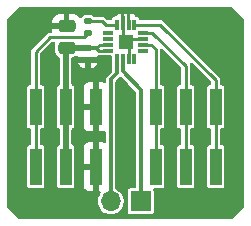
<source format=gtl>
G04 #@! TF.GenerationSoftware,KiCad,Pcbnew,9.0.2*
G04 #@! TF.CreationDate,2025-07-28T15:17:51+01:00*
G04 #@! TF.ProjectId,NB3_mouth,4e42335f-6d6f-4757-9468-2e6b69636164,0.0.3*
G04 #@! TF.SameCoordinates,PX86d97c0PY6ea0500*
G04 #@! TF.FileFunction,Copper,L1,Top*
G04 #@! TF.FilePolarity,Positive*
%FSLAX46Y46*%
G04 Gerber Fmt 4.6, Leading zero omitted, Abs format (unit mm)*
G04 Created by KiCad (PCBNEW 9.0.2) date 2025-07-28 15:17:51*
%MOMM*%
%LPD*%
G01*
G04 APERTURE LIST*
G04 Aperture macros list*
%AMRoundRect*
0 Rectangle with rounded corners*
0 $1 Rounding radius*
0 $2 $3 $4 $5 $6 $7 $8 $9 X,Y pos of 4 corners*
0 Add a 4 corners polygon primitive as box body*
4,1,4,$2,$3,$4,$5,$6,$7,$8,$9,$2,$3,0*
0 Add four circle primitives for the rounded corners*
1,1,$1+$1,$2,$3*
1,1,$1+$1,$4,$5*
1,1,$1+$1,$6,$7*
1,1,$1+$1,$8,$9*
0 Add four rect primitives between the rounded corners*
20,1,$1+$1,$2,$3,$4,$5,0*
20,1,$1+$1,$4,$5,$6,$7,0*
20,1,$1+$1,$6,$7,$8,$9,0*
20,1,$1+$1,$8,$9,$2,$3,0*%
G04 Aperture macros list end*
G04 #@! TA.AperFunction,SMDPad,CuDef*
%ADD10R,0.300000X0.850000*%
G04 #@! TD*
G04 #@! TA.AperFunction,SMDPad,CuDef*
%ADD11R,0.850000X0.300000*%
G04 #@! TD*
G04 #@! TA.AperFunction,SMDPad,CuDef*
%ADD12R,1.250000X1.250000*%
G04 #@! TD*
G04 #@! TA.AperFunction,SMDPad,CuDef*
%ADD13RoundRect,0.250000X0.475000X-0.250000X0.475000X0.250000X-0.475000X0.250000X-0.475000X-0.250000X0*%
G04 #@! TD*
G04 #@! TA.AperFunction,SMDPad,CuDef*
%ADD14RoundRect,0.135000X0.185000X-0.135000X0.185000X0.135000X-0.185000X0.135000X-0.185000X-0.135000X0*%
G04 #@! TD*
G04 #@! TA.AperFunction,SMDPad,CuDef*
%ADD15RoundRect,0.140000X-0.170000X0.140000X-0.170000X-0.140000X0.170000X-0.140000X0.170000X0.140000X0*%
G04 #@! TD*
G04 #@! TA.AperFunction,SMDPad,CuDef*
%ADD16R,1.000000X3.150000*%
G04 #@! TD*
G04 #@! TA.AperFunction,ComponentPad*
%ADD17R,1.700000X1.700000*%
G04 #@! TD*
G04 #@! TA.AperFunction,ComponentPad*
%ADD18O,1.700000X1.700000*%
G04 #@! TD*
G04 #@! TA.AperFunction,ViaPad*
%ADD19C,0.800000*%
G04 #@! TD*
G04 #@! TA.AperFunction,Conductor*
%ADD20C,0.250000*%
G04 #@! TD*
G04 #@! TA.AperFunction,Conductor*
%ADD21C,0.500000*%
G04 #@! TD*
G04 #@! TA.AperFunction,Conductor*
%ADD22C,0.300000*%
G04 #@! TD*
G04 APERTURE END LIST*
D10*
X10750000Y16475000D03*
X10250000Y16475000D03*
X9750000Y16475000D03*
X9250000Y16475000D03*
D11*
X8550000Y15775000D03*
X8550000Y15275000D03*
X8550000Y14775000D03*
X8550000Y14275000D03*
D10*
X9250000Y13575000D03*
X9750000Y13575000D03*
X10250000Y13575000D03*
X10750000Y13575000D03*
D11*
X11450000Y14275000D03*
X11450000Y14775000D03*
X11450000Y15275000D03*
X11450000Y15775000D03*
D12*
X10000000Y15025000D03*
D13*
X5000000Y14475000D03*
X5000000Y16375000D03*
D14*
X6800000Y15740000D03*
X6800000Y16760000D03*
D15*
X6800000Y14460000D03*
X6800000Y13500000D03*
D16*
X12540000Y4450000D03*
X12540000Y9500000D03*
X15080000Y4450000D03*
X15080000Y9500000D03*
X17620000Y4450000D03*
X17620000Y9500000D03*
X2380000Y4450000D03*
X2380000Y9500000D03*
X4920000Y4450000D03*
X4920000Y9500000D03*
X7460000Y4450000D03*
X7460000Y9500000D03*
D17*
X11275000Y1500000D03*
D18*
X8735000Y1500000D03*
D19*
X2000000Y17000000D03*
X2000000Y1500000D03*
X6800000Y12275000D03*
X10000000Y9000000D03*
X6000000Y1475000D03*
X10000000Y4000000D03*
X18000000Y1500000D03*
X14000000Y1475000D03*
X10000000Y15000000D03*
X18000000Y17000000D03*
D20*
X9750000Y16475000D02*
X9750000Y15275000D01*
X10250000Y13575000D02*
X10250000Y14775000D01*
D21*
X7460000Y3975000D02*
X7460000Y9025000D01*
D20*
X10000000Y15025000D02*
X10000000Y15000000D01*
X9750000Y16475000D02*
X9750000Y17200000D01*
X11450000Y15275000D02*
X10250000Y15275000D01*
X9750000Y15275000D02*
X10000000Y15025000D01*
X6800000Y12275000D02*
X6800000Y13500000D01*
X10250000Y14775000D02*
X10000000Y15025000D01*
X10250000Y15275000D02*
X10000000Y15025000D01*
X12269455Y15775000D02*
X15080000Y12964455D01*
X15080000Y12964455D02*
X15080000Y9050000D01*
X15080000Y4000000D02*
X15080000Y9050000D01*
X11450000Y15775000D02*
X12269455Y15775000D01*
X17620000Y4000000D02*
X17620000Y9050000D01*
X12925000Y16475000D02*
X17620000Y11780000D01*
X10750000Y16475000D02*
X12925000Y16475000D01*
X17620000Y11780000D02*
X17620000Y9050000D01*
X12540000Y4000000D02*
X12540000Y9050000D01*
X12175000Y14775000D02*
X11450000Y14775000D01*
X12540000Y9050000D02*
X12540000Y14410000D01*
X12540000Y14410000D02*
X12175000Y14775000D01*
X8040000Y16760000D02*
X8325000Y16475000D01*
X6800000Y16760000D02*
X8040000Y16760000D01*
X8325000Y16475000D02*
X9250000Y16475000D01*
D22*
X9250000Y13575000D02*
X9250000Y12340000D01*
X8735000Y11825000D02*
X8735000Y1500000D01*
X9250000Y12340000D02*
X8735000Y11825000D01*
X9750000Y12500000D02*
X11275000Y10975000D01*
X11275000Y10975000D02*
X11275000Y1500000D01*
X9750000Y13575000D02*
X9750000Y12500000D01*
D20*
X7710000Y14275000D02*
X7525000Y14460000D01*
X8550000Y14775000D02*
X7840000Y14775000D01*
X7840000Y14775000D02*
X7525000Y14460000D01*
D21*
X4920000Y9025000D02*
X4920000Y14395000D01*
X5015000Y14460000D02*
X6800000Y14460000D01*
D22*
X7525000Y14460000D02*
X6800000Y14460000D01*
D20*
X8550000Y14275000D02*
X7710000Y14275000D01*
D21*
X5000000Y14475000D02*
X5015000Y14460000D01*
X4920000Y3975000D02*
X4920000Y9025000D01*
X4920000Y14395000D02*
X5000000Y14475000D01*
D20*
X3600000Y15400000D02*
X6460000Y15400000D01*
X2380000Y14180000D02*
X3600000Y15400000D01*
X6460000Y15400000D02*
X6800000Y15740000D01*
X2380000Y14180000D02*
X2380000Y9500000D01*
X2380000Y3975000D02*
X2380000Y9025000D01*
G04 #@! TA.AperFunction,Conductor*
G36*
X19015470Y17979815D02*
G01*
X19036112Y17963181D01*
X19963181Y17036112D01*
X19996666Y16974789D01*
X19999500Y16948431D01*
X19999500Y1051569D01*
X19979815Y984530D01*
X19963181Y963888D01*
X19036112Y36819D01*
X18974789Y3334D01*
X18948431Y500D01*
X1051569Y500D01*
X984530Y20185D01*
X963888Y36819D01*
X36819Y963888D01*
X3334Y1025211D01*
X500Y1051569D01*
X500Y11099679D01*
X1629500Y11099679D01*
X1629500Y7900322D01*
X1644032Y7827265D01*
X1644033Y7827261D01*
X1644034Y7827260D01*
X1699399Y7744399D01*
X1782259Y7689035D01*
X1782260Y7689034D01*
X1782264Y7689033D01*
X1855321Y7674501D01*
X1855324Y7674500D01*
X1855326Y7674500D01*
X1880500Y7674500D01*
X1947539Y7654815D01*
X1993294Y7602011D01*
X2004500Y7550500D01*
X2004500Y6399500D01*
X1984815Y6332461D01*
X1932011Y6286706D01*
X1880500Y6275500D01*
X1855323Y6275500D01*
X1782264Y6260968D01*
X1782260Y6260967D01*
X1699399Y6205601D01*
X1644033Y6122740D01*
X1644032Y6122736D01*
X1629500Y6049679D01*
X1629500Y2850322D01*
X1644032Y2777265D01*
X1644033Y2777261D01*
X1644034Y2777260D01*
X1699399Y2694399D01*
X1754682Y2657461D01*
X1782260Y2639034D01*
X1782264Y2639033D01*
X1855321Y2624501D01*
X1855324Y2624500D01*
X1855326Y2624500D01*
X2904676Y2624500D01*
X2904677Y2624501D01*
X2977740Y2639034D01*
X3060601Y2694399D01*
X3115966Y2777260D01*
X3130500Y2850326D01*
X3130500Y6049674D01*
X3130500Y6049676D01*
X3130500Y6049677D01*
X3130499Y6049679D01*
X3115967Y6122736D01*
X3115966Y6122740D01*
X3060601Y6205601D01*
X2977740Y6260966D01*
X2977739Y6260967D01*
X2977735Y6260968D01*
X2904677Y6275500D01*
X2904674Y6275500D01*
X2879500Y6275500D01*
X2812461Y6295185D01*
X2766706Y6347989D01*
X2755500Y6399500D01*
X2755500Y7550500D01*
X2775185Y7617539D01*
X2827989Y7663294D01*
X2879500Y7674500D01*
X2904676Y7674500D01*
X2904677Y7674501D01*
X2977740Y7689034D01*
X3060601Y7744399D01*
X3115966Y7827260D01*
X3130500Y7900326D01*
X3130500Y11099674D01*
X3130500Y11099676D01*
X3130500Y11099677D01*
X3130499Y11099679D01*
X3115967Y11172736D01*
X3115966Y11172740D01*
X3110942Y11180259D01*
X3060601Y11255601D01*
X2977740Y11310966D01*
X2977739Y11310967D01*
X2977735Y11310968D01*
X2904677Y11325500D01*
X2904674Y11325500D01*
X2879500Y11325500D01*
X2812461Y11345185D01*
X2766706Y11397989D01*
X2755500Y11449500D01*
X2755500Y13973101D01*
X2775185Y14040140D01*
X2791819Y14060782D01*
X3719218Y14988181D01*
X3746145Y15002885D01*
X3771964Y15019477D01*
X3778164Y15020369D01*
X3780541Y15021666D01*
X3806899Y15024500D01*
X3923933Y15024500D01*
X3990972Y15004815D01*
X4036727Y14952011D01*
X4046671Y14882853D01*
X4040115Y14857168D01*
X4030910Y14832489D01*
X4030909Y14832485D01*
X4030909Y14832483D01*
X4024500Y14772873D01*
X4024500Y14772866D01*
X4024500Y14772865D01*
X4024500Y14177130D01*
X4024501Y14177124D01*
X4030908Y14117517D01*
X4081202Y13982672D01*
X4081206Y13982665D01*
X4167452Y13867456D01*
X4167455Y13867453D01*
X4282664Y13781207D01*
X4282671Y13781203D01*
X4338833Y13760256D01*
X4394767Y13718385D01*
X4419184Y13652921D01*
X4419500Y13644074D01*
X4419500Y11432073D01*
X4399815Y11365034D01*
X4347011Y11319279D01*
X4325755Y11312414D01*
X4322260Y11310967D01*
X4239399Y11255601D01*
X4184033Y11172740D01*
X4184032Y11172736D01*
X4169500Y11099679D01*
X4169500Y7900322D01*
X4184032Y7827265D01*
X4184033Y7827261D01*
X4184034Y7827260D01*
X4239399Y7744399D01*
X4322259Y7689035D01*
X4322260Y7689034D01*
X4333544Y7684360D01*
X4332841Y7682665D01*
X4381595Y7657167D01*
X4416174Y7596454D01*
X4419500Y7567928D01*
X4419500Y6382073D01*
X4399815Y6315034D01*
X4347011Y6269279D01*
X4325755Y6262414D01*
X4322260Y6260967D01*
X4239399Y6205601D01*
X4184033Y6122740D01*
X4184032Y6122736D01*
X4169500Y6049679D01*
X4169500Y2850322D01*
X4184032Y2777265D01*
X4184033Y2777261D01*
X4184034Y2777260D01*
X4239399Y2694399D01*
X4294682Y2657461D01*
X4322260Y2639034D01*
X4322264Y2639033D01*
X4395321Y2624501D01*
X4395324Y2624500D01*
X4395326Y2624500D01*
X5444676Y2624500D01*
X5444677Y2624501D01*
X5517740Y2639034D01*
X5600601Y2694399D01*
X5655966Y2777260D01*
X5665891Y2827156D01*
X6460000Y2827156D01*
X6466401Y2767628D01*
X6466403Y2767621D01*
X6516645Y2632914D01*
X6516649Y2632907D01*
X6602809Y2517813D01*
X6602812Y2517810D01*
X6717906Y2431650D01*
X6717913Y2431646D01*
X6852620Y2381404D01*
X6852627Y2381402D01*
X6912155Y2375001D01*
X6912172Y2375000D01*
X7210000Y2375000D01*
X7210000Y4200000D01*
X6460000Y4200000D01*
X6460000Y2827156D01*
X5665891Y2827156D01*
X5670500Y2850326D01*
X5670500Y6049674D01*
X5670499Y6049677D01*
X5670047Y6051952D01*
X5670047Y6051955D01*
X5670046Y6051958D01*
X5665891Y6072845D01*
X6460000Y6072845D01*
X6460000Y4700000D01*
X7210000Y4700000D01*
X7210000Y6525000D01*
X6912155Y6525000D01*
X6852627Y6518599D01*
X6852620Y6518597D01*
X6717913Y6468355D01*
X6717906Y6468351D01*
X6602812Y6382191D01*
X6602809Y6382188D01*
X6516649Y6267094D01*
X6516645Y6267087D01*
X6466403Y6132380D01*
X6466401Y6132373D01*
X6460000Y6072845D01*
X5665891Y6072845D01*
X5655967Y6122736D01*
X5655966Y6122740D01*
X5600601Y6205601D01*
X5517740Y6260966D01*
X5517739Y6260967D01*
X5506456Y6265640D01*
X5507157Y6267335D01*
X5458396Y6292843D01*
X5423823Y6353559D01*
X5420500Y6382073D01*
X5420500Y7567928D01*
X5440185Y7634967D01*
X5492989Y7680722D01*
X5514239Y7687585D01*
X5517738Y7689034D01*
X5517740Y7689034D01*
X5600601Y7744399D01*
X5655966Y7827260D01*
X5665891Y7877156D01*
X6460000Y7877156D01*
X6466401Y7817628D01*
X6466403Y7817621D01*
X6516645Y7682914D01*
X6516649Y7682907D01*
X6602809Y7567813D01*
X6602812Y7567810D01*
X6717906Y7481650D01*
X6717913Y7481646D01*
X6852620Y7431404D01*
X6852627Y7431402D01*
X6912155Y7425001D01*
X6912172Y7425000D01*
X7210000Y7425000D01*
X7210000Y9250000D01*
X6460000Y9250000D01*
X6460000Y7877156D01*
X5665891Y7877156D01*
X5670500Y7900326D01*
X5670500Y11099674D01*
X5670499Y11099677D01*
X5670047Y11101952D01*
X5670047Y11101955D01*
X5670046Y11101958D01*
X5665891Y11122845D01*
X6460000Y11122845D01*
X6460000Y9750000D01*
X7210000Y9750000D01*
X7210000Y11575000D01*
X6912155Y11575000D01*
X6852627Y11568599D01*
X6852620Y11568597D01*
X6717913Y11518355D01*
X6717906Y11518351D01*
X6602812Y11432191D01*
X6602809Y11432188D01*
X6516649Y11317094D01*
X6516645Y11317087D01*
X6466403Y11182380D01*
X6466401Y11182373D01*
X6460000Y11122845D01*
X5665891Y11122845D01*
X5655967Y11172736D01*
X5655966Y11172740D01*
X5650942Y11180259D01*
X5600601Y11255601D01*
X5517740Y11310966D01*
X5517739Y11310967D01*
X5506456Y11315640D01*
X5507157Y11317335D01*
X5458396Y11342843D01*
X5423823Y11403559D01*
X5420500Y11432073D01*
X5420500Y13250000D01*
X5995496Y13250000D01*
X6037968Y13103805D01*
X6120278Y12964626D01*
X6120285Y12964617D01*
X6234616Y12850286D01*
X6234625Y12850279D01*
X6373804Y12767969D01*
X6529089Y12722855D01*
X6550000Y12721211D01*
X7050000Y12721211D01*
X7070910Y12722855D01*
X7226195Y12767969D01*
X7365374Y12850279D01*
X7365383Y12850286D01*
X7479714Y12964617D01*
X7479721Y12964626D01*
X7562031Y13103805D01*
X7604504Y13250000D01*
X7050000Y13250000D01*
X7050000Y12721211D01*
X6550000Y12721211D01*
X6550000Y13250000D01*
X5995496Y13250000D01*
X5420500Y13250000D01*
X5420500Y13602112D01*
X5440185Y13669151D01*
X5492989Y13714906D01*
X5531244Y13725402D01*
X5582483Y13730909D01*
X5717331Y13781204D01*
X5787558Y13833777D01*
X5853019Y13858193D01*
X5921292Y13843342D01*
X5970698Y13793938D01*
X5974040Y13778576D01*
X5995495Y13750000D01*
X7604505Y13750000D01*
X7607183Y13753567D01*
X7607346Y13810775D01*
X7645288Y13869444D01*
X7708927Y13898288D01*
X7726223Y13899500D01*
X7977327Y13899500D01*
X8024778Y13890062D01*
X8027258Y13889036D01*
X8027260Y13889034D01*
X8045526Y13885401D01*
X8100323Y13874500D01*
X8100326Y13874500D01*
X8725500Y13874500D01*
X8792539Y13854815D01*
X8838294Y13802011D01*
X8849500Y13750500D01*
X8849500Y12557255D01*
X8829815Y12490216D01*
X8813181Y12469574D01*
X8414522Y12070916D01*
X8414518Y12070910D01*
X8361792Y11979588D01*
X8361793Y11979587D01*
X8334500Y11877727D01*
X8334500Y11647561D01*
X8314815Y11580522D01*
X8262011Y11534767D01*
X8192853Y11524823D01*
X8167167Y11531379D01*
X8067380Y11568597D01*
X8067372Y11568599D01*
X8007844Y11575000D01*
X7710000Y11575000D01*
X7710000Y7425000D01*
X8007828Y7425000D01*
X8007844Y7425001D01*
X8067372Y7431402D01*
X8067376Y7431403D01*
X8167166Y7468622D01*
X8236858Y7473606D01*
X8298181Y7440121D01*
X8331666Y7378798D01*
X8334500Y7352440D01*
X8334500Y6597561D01*
X8314815Y6530522D01*
X8262011Y6484767D01*
X8192853Y6474823D01*
X8167167Y6481379D01*
X8067380Y6518597D01*
X8067372Y6518599D01*
X8007844Y6525000D01*
X7710000Y6525000D01*
X7710000Y2375000D01*
X7767068Y2375000D01*
X7834107Y2355315D01*
X7879862Y2302511D01*
X7889806Y2233353D01*
X7867386Y2178114D01*
X7793768Y2076789D01*
X7715128Y1922448D01*
X7661597Y1757698D01*
X7634500Y1586611D01*
X7634500Y1413389D01*
X7661598Y1242299D01*
X7715127Y1077555D01*
X7793768Y923212D01*
X7895586Y783072D01*
X8018072Y660586D01*
X8158212Y558768D01*
X8312555Y480127D01*
X8477299Y426598D01*
X8648389Y399500D01*
X8648390Y399500D01*
X8821610Y399500D01*
X8821611Y399500D01*
X8992701Y426598D01*
X9157445Y480127D01*
X9311788Y558768D01*
X9451928Y660586D01*
X9574414Y783072D01*
X9676232Y923212D01*
X9754873Y1077555D01*
X9808402Y1242299D01*
X9835500Y1413389D01*
X9835500Y1586611D01*
X9808402Y1757701D01*
X9754873Y1922445D01*
X9676232Y2076788D01*
X9574414Y2216928D01*
X9451928Y2339414D01*
X9381858Y2390323D01*
X9311786Y2441234D01*
X9203206Y2496557D01*
X9152409Y2544531D01*
X9135500Y2607042D01*
X9135500Y11607745D01*
X9155185Y11674784D01*
X9171819Y11695426D01*
X9305829Y11829436D01*
X9492321Y12015929D01*
X9553642Y12049412D01*
X9623333Y12044428D01*
X9667678Y12015929D01*
X10234108Y11449500D01*
X10838181Y10845427D01*
X10871666Y10784104D01*
X10874500Y10757746D01*
X10874500Y2724500D01*
X10854815Y2657461D01*
X10802011Y2611706D01*
X10750500Y2600500D01*
X10400323Y2600500D01*
X10327264Y2585968D01*
X10327260Y2585967D01*
X10244399Y2530601D01*
X10189033Y2447740D01*
X10189032Y2447736D01*
X10174500Y2374679D01*
X10174500Y625322D01*
X10189032Y552265D01*
X10189033Y552261D01*
X10189034Y552260D01*
X10244399Y469399D01*
X10327260Y414034D01*
X10327264Y414033D01*
X10400321Y399501D01*
X10400324Y399500D01*
X10400326Y399500D01*
X12149676Y399500D01*
X12149677Y399501D01*
X12222740Y414034D01*
X12305601Y469399D01*
X12360966Y552260D01*
X12375500Y625326D01*
X12375500Y2374674D01*
X12375500Y2374677D01*
X12375499Y2374679D01*
X12360967Y2447736D01*
X12360966Y2447737D01*
X12360966Y2447740D01*
X12360964Y2447743D01*
X12358768Y2453046D01*
X12351299Y2522515D01*
X12382573Y2584995D01*
X12442662Y2620648D01*
X12473329Y2624500D01*
X13064676Y2624500D01*
X13064677Y2624501D01*
X13137740Y2639034D01*
X13220601Y2694399D01*
X13275966Y2777260D01*
X13290500Y2850326D01*
X13290500Y6049674D01*
X13290500Y6049676D01*
X13290500Y6049677D01*
X13290499Y6049679D01*
X13275967Y6122736D01*
X13275966Y6122740D01*
X13220601Y6205601D01*
X13137740Y6260966D01*
X13137739Y6260967D01*
X13137735Y6260968D01*
X13064677Y6275500D01*
X13064674Y6275500D01*
X13039500Y6275500D01*
X12972461Y6295185D01*
X12926706Y6347989D01*
X12915500Y6399500D01*
X12915500Y7550500D01*
X12935185Y7617539D01*
X12987989Y7663294D01*
X13039500Y7674500D01*
X13064676Y7674500D01*
X13064677Y7674501D01*
X13137740Y7689034D01*
X13220601Y7744399D01*
X13275966Y7827260D01*
X13290500Y7900326D01*
X13290500Y11099674D01*
X13290500Y11099676D01*
X13290500Y11099677D01*
X13290499Y11099679D01*
X13275967Y11172736D01*
X13275966Y11172740D01*
X13270942Y11180259D01*
X13220601Y11255601D01*
X13137740Y11310966D01*
X13137739Y11310967D01*
X13137735Y11310968D01*
X13064677Y11325500D01*
X13064674Y11325500D01*
X13039500Y11325500D01*
X12972461Y11345185D01*
X12926706Y11397989D01*
X12915500Y11449500D01*
X12915500Y14298556D01*
X12935185Y14365595D01*
X12987989Y14411350D01*
X13057147Y14421294D01*
X13120703Y14392269D01*
X13127181Y14386237D01*
X14668181Y12845237D01*
X14701666Y12783914D01*
X14704500Y12757556D01*
X14704500Y11449500D01*
X14684815Y11382461D01*
X14632011Y11336706D01*
X14580500Y11325500D01*
X14555323Y11325500D01*
X14482264Y11310968D01*
X14482260Y11310967D01*
X14399399Y11255601D01*
X14344033Y11172740D01*
X14344032Y11172736D01*
X14329500Y11099679D01*
X14329500Y7900322D01*
X14344032Y7827265D01*
X14344033Y7827261D01*
X14344034Y7827260D01*
X14399399Y7744399D01*
X14482259Y7689035D01*
X14482260Y7689034D01*
X14482264Y7689033D01*
X14555321Y7674501D01*
X14555324Y7674500D01*
X14555326Y7674500D01*
X14580500Y7674500D01*
X14647539Y7654815D01*
X14693294Y7602011D01*
X14704500Y7550500D01*
X14704500Y6399500D01*
X14684815Y6332461D01*
X14632011Y6286706D01*
X14580500Y6275500D01*
X14555323Y6275500D01*
X14482264Y6260968D01*
X14482260Y6260967D01*
X14399399Y6205601D01*
X14344033Y6122740D01*
X14344032Y6122736D01*
X14329500Y6049679D01*
X14329500Y2850322D01*
X14344032Y2777265D01*
X14344033Y2777261D01*
X14344034Y2777260D01*
X14399399Y2694399D01*
X14454682Y2657461D01*
X14482260Y2639034D01*
X14482264Y2639033D01*
X14555321Y2624501D01*
X14555324Y2624500D01*
X14555326Y2624500D01*
X15604676Y2624500D01*
X15604677Y2624501D01*
X15677740Y2639034D01*
X15760601Y2694399D01*
X15815966Y2777260D01*
X15830500Y2850326D01*
X15830500Y6049674D01*
X15830500Y6049676D01*
X15830500Y6049677D01*
X15830499Y6049679D01*
X15815967Y6122736D01*
X15815966Y6122740D01*
X15760601Y6205601D01*
X15677740Y6260966D01*
X15677739Y6260967D01*
X15677735Y6260968D01*
X15604677Y6275500D01*
X15604674Y6275500D01*
X15579500Y6275500D01*
X15512461Y6295185D01*
X15466706Y6347989D01*
X15455500Y6399500D01*
X15455500Y7550500D01*
X15475185Y7617539D01*
X15527989Y7663294D01*
X15579500Y7674500D01*
X15604676Y7674500D01*
X15604677Y7674501D01*
X15677740Y7689034D01*
X15760601Y7744399D01*
X15815966Y7827260D01*
X15830500Y7900326D01*
X15830500Y11099674D01*
X15830500Y11099676D01*
X15830500Y11099677D01*
X15830499Y11099679D01*
X15815967Y11172736D01*
X15815966Y11172740D01*
X15810942Y11180259D01*
X15760601Y11255601D01*
X15677740Y11310966D01*
X15677739Y11310967D01*
X15677735Y11310968D01*
X15604677Y11325500D01*
X15604674Y11325500D01*
X15579500Y11325500D01*
X15512461Y11345185D01*
X15466706Y11397989D01*
X15455500Y11449500D01*
X15455500Y13013888D01*
X15455500Y13013890D01*
X15429910Y13109393D01*
X15429908Y13109396D01*
X15429020Y13112712D01*
X15430683Y13182562D01*
X15469845Y13240425D01*
X15534074Y13267929D01*
X15602976Y13256343D01*
X15636476Y13232487D01*
X17208181Y11660782D01*
X17222884Y11633855D01*
X17239477Y11608036D01*
X17240368Y11601836D01*
X17241666Y11599459D01*
X17244500Y11573101D01*
X17244500Y11449500D01*
X17224815Y11382461D01*
X17172011Y11336706D01*
X17120500Y11325500D01*
X17095323Y11325500D01*
X17022264Y11310968D01*
X17022260Y11310967D01*
X16939399Y11255601D01*
X16884033Y11172740D01*
X16884032Y11172736D01*
X16869500Y11099679D01*
X16869500Y7900322D01*
X16884032Y7827265D01*
X16884033Y7827261D01*
X16884034Y7827260D01*
X16939399Y7744399D01*
X17022259Y7689035D01*
X17022260Y7689034D01*
X17022264Y7689033D01*
X17095321Y7674501D01*
X17095324Y7674500D01*
X17095326Y7674500D01*
X17120500Y7674500D01*
X17187539Y7654815D01*
X17233294Y7602011D01*
X17244500Y7550500D01*
X17244500Y6399500D01*
X17224815Y6332461D01*
X17172011Y6286706D01*
X17120500Y6275500D01*
X17095323Y6275500D01*
X17022264Y6260968D01*
X17022260Y6260967D01*
X16939399Y6205601D01*
X16884033Y6122740D01*
X16884032Y6122736D01*
X16869500Y6049679D01*
X16869500Y2850322D01*
X16884032Y2777265D01*
X16884033Y2777261D01*
X16884034Y2777260D01*
X16939399Y2694399D01*
X16994682Y2657461D01*
X17022260Y2639034D01*
X17022264Y2639033D01*
X17095321Y2624501D01*
X17095324Y2624500D01*
X17095326Y2624500D01*
X18144676Y2624500D01*
X18144677Y2624501D01*
X18217740Y2639034D01*
X18300601Y2694399D01*
X18355966Y2777260D01*
X18370500Y2850326D01*
X18370500Y6049674D01*
X18370500Y6049676D01*
X18370500Y6049677D01*
X18370499Y6049679D01*
X18355967Y6122736D01*
X18355966Y6122740D01*
X18300601Y6205601D01*
X18217740Y6260966D01*
X18217739Y6260967D01*
X18217735Y6260968D01*
X18144677Y6275500D01*
X18144674Y6275500D01*
X18119500Y6275500D01*
X18052461Y6295185D01*
X18006706Y6347989D01*
X17995500Y6399500D01*
X17995500Y7550500D01*
X18015185Y7617539D01*
X18067989Y7663294D01*
X18119500Y7674500D01*
X18144676Y7674500D01*
X18144677Y7674501D01*
X18217740Y7689034D01*
X18300601Y7744399D01*
X18355966Y7827260D01*
X18370500Y7900326D01*
X18370500Y11099674D01*
X18370500Y11099676D01*
X18370500Y11099677D01*
X18370499Y11099679D01*
X18355967Y11172736D01*
X18355966Y11172740D01*
X18350942Y11180259D01*
X18300601Y11255601D01*
X18217740Y11310966D01*
X18217739Y11310967D01*
X18217735Y11310968D01*
X18144677Y11325500D01*
X18144674Y11325500D01*
X18119500Y11325500D01*
X18052461Y11345185D01*
X18006706Y11397989D01*
X17995500Y11449500D01*
X17995500Y11829434D01*
X17995500Y11829435D01*
X17995500Y11829436D01*
X17969911Y11924937D01*
X17920475Y12010563D01*
X13155563Y16775474D01*
X13155562Y16775475D01*
X13069938Y16824910D01*
X13022186Y16837705D01*
X13010099Y16840944D01*
X13010095Y16840946D01*
X12974436Y16850500D01*
X12974435Y16850500D01*
X11267019Y16850500D01*
X11199980Y16870185D01*
X11154225Y16922989D01*
X11145402Y16950308D01*
X11135967Y16997737D01*
X11135966Y16997740D01*
X11101746Y17048954D01*
X11080601Y17080601D01*
X11017584Y17122707D01*
X10997739Y17135967D01*
X10997735Y17135968D01*
X10924677Y17150500D01*
X10924674Y17150500D01*
X10899126Y17150500D01*
X10832087Y17170185D01*
X10799859Y17200189D01*
X10757190Y17257187D01*
X10757185Y17257192D01*
X10642093Y17343351D01*
X10642086Y17343355D01*
X10507379Y17393597D01*
X10507372Y17393599D01*
X10447844Y17400000D01*
X10400000Y17400000D01*
X10400000Y17089183D01*
X10380315Y17022144D01*
X10379103Y17020294D01*
X10364033Y16997741D01*
X10349500Y16924677D01*
X10349500Y16599000D01*
X10346949Y16590315D01*
X10348238Y16581353D01*
X10337259Y16557313D01*
X10329815Y16531961D01*
X10322974Y16526034D01*
X10319213Y16517797D01*
X10296978Y16503508D01*
X10277011Y16486206D01*
X10266496Y16483919D01*
X10260435Y16480023D01*
X10225500Y16475000D01*
X10224000Y16475000D01*
X10156961Y16494685D01*
X10111206Y16547489D01*
X10100000Y16599000D01*
X10100000Y17400000D01*
X10052164Y17400000D01*
X10013252Y17395817D01*
X9986748Y17395817D01*
X9947835Y17400000D01*
X9900000Y17400000D01*
X9900000Y16599000D01*
X9897449Y16590315D01*
X9898738Y16581353D01*
X9887759Y16557313D01*
X9880315Y16531961D01*
X9873474Y16526034D01*
X9869713Y16517797D01*
X9847478Y16503508D01*
X9827511Y16486206D01*
X9816996Y16483919D01*
X9810935Y16480023D01*
X9776000Y16475000D01*
X9774500Y16475000D01*
X9707461Y16494685D01*
X9661706Y16547489D01*
X9650500Y16599000D01*
X9650500Y16924677D01*
X9635966Y16997741D01*
X9620897Y17020294D01*
X9600020Y17086972D01*
X9600000Y17089183D01*
X9600000Y17400000D01*
X9552155Y17400000D01*
X9492627Y17393599D01*
X9492620Y17393597D01*
X9357913Y17343355D01*
X9357906Y17343351D01*
X9242814Y17257192D01*
X9242809Y17257187D01*
X9200141Y17200189D01*
X9144207Y17158318D01*
X9100874Y17150500D01*
X9075323Y17150500D01*
X9002264Y17135968D01*
X9002260Y17135967D01*
X8919399Y17080601D01*
X8864033Y16997740D01*
X8864032Y16997737D01*
X8854598Y16950308D01*
X8839886Y16922185D01*
X8826694Y16893297D01*
X8823803Y16891440D01*
X8822212Y16888397D01*
X8794628Y16872690D01*
X8767916Y16855523D01*
X8763321Y16854863D01*
X8761496Y16853823D01*
X8732981Y16850500D01*
X8531900Y16850500D01*
X8464861Y16870185D01*
X8444219Y16886819D01*
X8270563Y17060474D01*
X8270562Y17060475D01*
X8184938Y17109910D01*
X8137186Y17122705D01*
X8137184Y17122706D01*
X8137182Y17122707D01*
X8089436Y17135500D01*
X8089435Y17135500D01*
X7341040Y17135500D01*
X7274001Y17155185D01*
X7253358Y17171820D01*
X7212102Y17213077D01*
X7212099Y17213079D01*
X7096521Y17269581D01*
X7096519Y17269582D01*
X7096518Y17269582D01*
X7021582Y17280500D01*
X6578418Y17280500D01*
X6503482Y17269582D01*
X6503480Y17269582D01*
X6503478Y17269581D01*
X6387900Y17213079D01*
X6387897Y17213077D01*
X6296923Y17122103D01*
X6296923Y17122102D01*
X6286380Y17100536D01*
X6239252Y17048954D01*
X6171718Y17031040D01*
X6105219Y17052481D01*
X6069442Y17089898D01*
X6067315Y17093346D01*
X5943345Y17217316D01*
X5794124Y17309357D01*
X5794119Y17309359D01*
X5627697Y17364506D01*
X5627690Y17364507D01*
X5524986Y17375000D01*
X5250000Y17375000D01*
X5250000Y16499000D01*
X5230315Y16431961D01*
X5177511Y16386206D01*
X5126000Y16375000D01*
X5000000Y16375000D01*
X5000000Y16249000D01*
X4980315Y16181961D01*
X4927511Y16136206D01*
X4876000Y16125000D01*
X3775001Y16125000D01*
X3775001Y16075014D01*
X3785494Y15972303D01*
X3796694Y15938504D01*
X3799096Y15868676D01*
X3763364Y15808634D01*
X3700844Y15777441D01*
X3678988Y15775500D01*
X3550564Y15775500D01*
X3455061Y15749911D01*
X3369438Y15700475D01*
X3369435Y15700473D01*
X2079526Y14410564D01*
X2030090Y14324940D01*
X2029961Y14324460D01*
X2029955Y14324435D01*
X2012192Y14258143D01*
X2007751Y14241567D01*
X2006725Y14238864D01*
X2004500Y14229437D01*
X2004500Y11449500D01*
X1984815Y11382461D01*
X1932011Y11336706D01*
X1880500Y11325500D01*
X1855323Y11325500D01*
X1782264Y11310968D01*
X1782260Y11310967D01*
X1699399Y11255601D01*
X1644033Y11172740D01*
X1644032Y11172736D01*
X1629500Y11099679D01*
X500Y11099679D01*
X500Y16674987D01*
X3775000Y16674987D01*
X3775000Y16625000D01*
X4750000Y16625000D01*
X4750000Y17375000D01*
X4475029Y17375000D01*
X4475012Y17374999D01*
X4372302Y17364506D01*
X4205880Y17309359D01*
X4205875Y17309357D01*
X4056654Y17217316D01*
X3932684Y17093346D01*
X3840643Y16944125D01*
X3840641Y16944120D01*
X3785494Y16777698D01*
X3785493Y16777691D01*
X3775000Y16674987D01*
X500Y16674987D01*
X500Y16948431D01*
X20185Y17015470D01*
X36819Y17036112D01*
X963888Y17963181D01*
X1025211Y17996666D01*
X1051569Y17999500D01*
X18948431Y17999500D01*
X19015470Y17979815D01*
G37*
G04 #@! TD.AperFunction*
M02*

</source>
